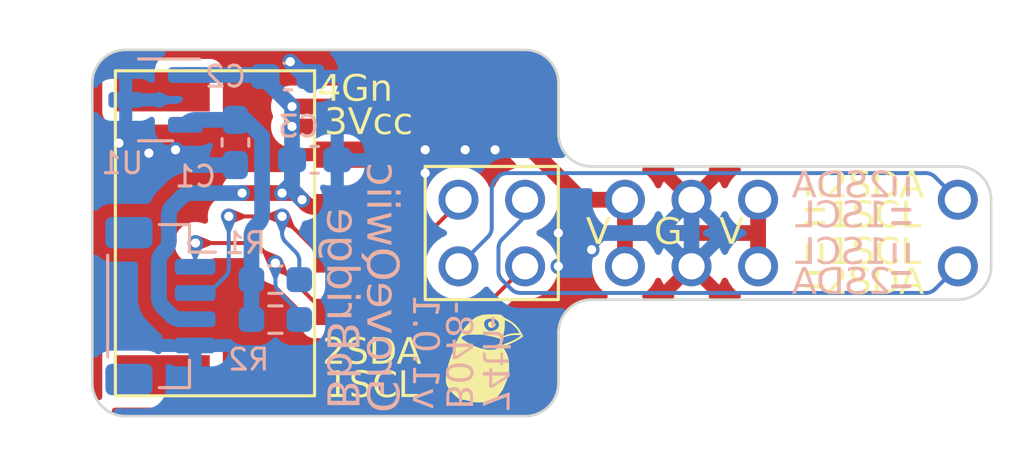
<source format=kicad_pcb>
(kicad_pcb (version 20240108) (generator "pcbnew") (generator_version "8.0")
  (title_block (title "Grove Qwiic Breadboard Bridge") (rev "v1.0.1") (company "Atsushi Morimoto (@74th)"))
  (layers (0 "F.Cu" signal) (31 "B.Cu" signal) (34 "B.Paste" user) (35 "F.Paste" user) (36 "B.SilkS" user "B.Silkscreen") (37 "F.SilkS" user "F.Silkscreen") (38 "B.Mask" user) (39 "F.Mask" user) (44 "Edge.Cuts" user))
  (net 0 "")
  (net 1 "GND")
  (net 2 "VCC")
  (net 3 "Net-(JP2-B1)")
  (net 4 "Net-(CH3-Pad2)")
  (net 5 "/SCL")
  (net 6 "/SDA")
  (net 7 "+3V3")
  (footprint "74th:PinOut_PokaYoke" (layer "F.Cu") (at 82.55 72.39)
    (property "Reference" "JP2" (hide yes))
    (property "Value" "~" (hide yes))
    (fp_rect (start -2.54 -2.54) (end 2.54 2.54) (stroke (width 0.12)) (fill none) (layer "F.SilkS"))
    (pad "1" thru_hole circle (at -1.27 -1.27) (size 1.524 1.524) (drill 1) (layers "*.Cu" "*.Mask") (net 6 "/SDA"))
    (pad "2" thru_hole circle (at 1.27 -1.27) (size 1.524 1.524) (drill 1) (layers "*.Cu" "*.Mask") (net 3 "Net-(JP2-B1)"))
    (pad "3" thru_hole circle (at -1.27 1.27) (size 1.524 1.524) (drill 1) (layers "*.Cu" "*.Mask") (net 4 "Net-(CH3-Pad2)"))
    (pad "4" thru_hole circle (at 1.27 1.27) (size 1.524 1.524) (drill 1) (layers "*.Cu" "*.Mask") (net 5 "/SCL"))
  )
  (footprint "74th:Logo_74th_4mm" (layer "F.Cu") (at 82.169 77.343)
    (property "Reference" "MISC-ICON" (hide yes))
    (property "Value" "LOGO" (hide yes))
    (fp_poly (pts (xy 0.399165 -1.581118) (xy 0.420822 -1.576964) (xy 0.439946 -1.567833) (xy 0.453666 -1.55869) (xy 0.487621 -1.530623) (xy 0.508813 -1.502115) (xy 0.519752 -1.469431) (xy 0.521463 -1.457794) (xy 0.523017 -1.436743) (xy 0.520177 -1.42204) (xy 0.510515 -1.408073) (xy 0.491924 -1.389535) (xy 0.468598 -1.369727) (xy 0.44494 -1.353334) (xy 0.432537 -1.346784) (xy 0.392312 -1.337093) (xy 0.348961 -1.338191) (xy 0.309286 -1.349718) (xy 0.301534 -1.353728) (xy 0.267487 -1.378858) (xy 0.246763 -1.409139) (xy 0.237154 -1.448006) (xy 0.236531 -1.454844) (xy 0.239228 -1.499629) (xy 0.254394 -1.535203) (xy 0.281555 -1.561108) (xy 0.320236 -1.576886) (xy 0.36846 -1.582082)) (fill solid) (layer "F.SilkS"))
    (fp_poly (pts (xy 0.519394 -1.851859) (xy 0.58367 -1.850197) (xy 0.636187 -1.846941) (xy 0.678871 -1.841644) (xy 0.713646 -1.833862) (xy 0.742438 -1.82315) (xy 0.767173 -1.809064) (xy 0.789776 -1.791158) (xy 0.812173 -1.768988) (xy 0.814864 -1.766099) (xy 0.83959 -1.741489) (xy 0.864419 -1.722369) (xy 0.894592 -1.705192) (xy 0.927539 -1.689828) (xy 1.042763 -1.632057) (xy 1.150334 -1.564234) (xy 1.247405 -1.488246) (xy 1.287831 -1.450989) (xy 1.333186 -1.403532) (xy 1.378775 -1.349886) (xy 1.421345 -1.294259) (xy 1.457644 -1.240857) (xy 1.480139 -1.202263) (xy 1.500112 -1.16538) (xy 1.521379 -1.12781) (xy 1.54059 -1.095412) (xy 1.548323 -1.083068) (xy 1.5625 -1.059484) (xy 1.571766 -1.040912) (xy 1.574217 -1.031193) (xy 1.574119 -1.030997) (xy 1.57638 -1.023359) (xy 1.580126 -1.021331) (xy 1.585245 -1.019255) (xy 1.586478 -1.016385) (xy 1.581976 -1.010855) (xy 1.56989 -1.000799) (xy 1.548369 -0.984351) (xy 1.529048 -0.969803) (xy 1.483218 -0.937689) (xy 1.425368 -0.901051) (xy 1.357915 -0.861354) (xy 1.283271 -0.820062) (xy 1.273515 -0.81484) (xy 1.245891 -0.80068) (xy 1.211051 -0.783669) (xy 1.171821 -0.765089) (xy 1.131026 -0.746225) (xy 1.091489 -0.728361) (xy 1.056036 -0.712778) (xy 1.027492 -0.700762) (xy 1.008681 -0.693596) (xy 1.003611 -0.692201) (xy 0.990335 -0.687594) (xy 0.987804 -0.685703) (xy 0.977172 -0.683677) (xy 0.971952 -0.68501) (xy 0.962387 -0.684363) (xy 0.960996 -0.680811) (xy 0.955303 -0.675796) (xy 0.949277 -0.676904) (xy 0.939254 -0.676347) (xy 0.937557 -0.672292) (xy 0.932996 -0.666715) (xy 0.930115 -0.667781) (xy 0.920337 -0.665942) (xy 0.902913 -0.656376) (xy 0.887906 -0.645841) (xy 0.864545 -0.629862) (xy 0.842696 -0.617924) (xy 0.832844 -0.614209) (xy 0.817868 -0.608324) (xy 0.81255 -0.60261) (xy 0.816625 -0.593608) (xy 0.827533 -0.575001) (xy 0.843296 -0.550088) (xy 0.851701 -0.537314) (xy 0.902322 -0.453492) (xy 0.947044 -0.363938) (xy 0.983956 -0.273072) (xy 1.011144 -0.185318) (xy 1.019364 -0.149669) (xy 1.028545 -0.092127) (xy 1.035472 -0.023098) (xy 1.04005 0.053431) (xy 1.04219 0.133472) (xy 1.041798 0.213036) (xy 1.038782 0.288136) (xy 1.033051 0.354784) (xy 1.031323 0.368615) (xy 1.02372 0.420185) (xy 1.014904 0.468115) (xy 1.004121 0.514759) (xy 0.990614 0.562473) (xy 0.973631 0.613611) (xy 0.952415 0.67053) (xy 0.926211 0.735583) (xy 0.894266 0.811126) (xy 0.875761 0.853893) (xy 0.856627 0.898061) (xy 0.83982 0.937222) (xy 0.826273 0.969171) (xy 0.816921 0.991701) (xy 0.812698 1.002606) (xy 0.81255 1.003224) (xy 0.808401 1.011196) (xy 0.797416 1.028689) (xy 0.781786 1.05247) (xy 0.7637 1.079304) (xy 0.745349 1.10596) (xy 0.728924 1.129202) (xy 0.716615 1.145797) (xy 0.712805 1.150461) (xy 0.705277 1.160871) (xy 0.705424 1.164134) (xy 0.702695 1.169085) (xy 0.691122 1.18212) (xy 0.673143 1.200509) (xy 0.671476 1.202155) (xy 0.652228 1.221827) (xy 0.638389 1.237351) (xy 0.632858 1.24547) (xy 0.632851 1.245584) (xy 0.628361 1.254281) (xy 0.61686 1.270676) (xy 0.607459 1.282862) (xy 0.573915 1.31391) (xy 0.535189 1.335954) (xy 0.502635 1.351883) (xy 0.468925 1.370205) (xy 0.450117 1.381473) (xy 0.417095 1.398973) (xy 0.372824 1.417424) (xy 0.321494 1.435368) (xy 0.267294 1.45135) (xy 0.214416 1.463913) (xy 0.21095 1.464611) (xy 0.171588 1.473065) (xy 0.128366 1.483287) (xy 0.096468 1.491512) (xy 0.044695 1.501916) (xy -0.019315 1.508652) (xy -0.092571 1.511554) (xy -0.172082 1.510457) (xy -0.210951 1.508502) (xy -0.256899 1.504602) (xy -0.300575 1.498317) (xy -0.347135 1.488696) (xy -0.401734 1.474784) (xy -0.418986 1.470039) (xy -0.510819 1.446052) (xy -0.593934 1.427918) (xy -0.673633 1.414588) (xy -0.739757 1.406546) (xy -0.791883 1.398014) (xy -0.840713 1.382378) (xy -0.864765 1.372058) (xy -0.891263 1.359609) (xy -0.910313 1.349984) (xy -0.919117 1.344629) (xy -0.919022 1.343998) (xy -0.916579 1.339668) (xy -0.926538 1.327579) (xy -0.948168 1.308432) (xy -0.980736 1.282932) (xy -0.989761 1.276194) (xy -1.031279 1.241672) (xy -1.078037 1.196485) (xy -1.12758 1.143567) (xy -1.177455 1.085854) (xy -1.225208 1.026279) (xy -1.268383 0.967778) (xy -1.304528 0.913285) (xy -1.328484 0.871147) (xy -1.344006 0.838326) (xy -1.355571 0.807185) (xy -1.363643 0.774688) (xy -1.368684 0.737799) (xy -1.371158 0.693482) (xy -1.371529 0.638701) (xy -1.370812 0.593786) (xy -1.3645 0.495274) (xy -1.349791 0.385193) (xy -1.327029 0.264927) (xy -1.296555 0.135861) (xy -1.258711 -0.000619) (xy -1.213839 -0.14313) (xy -1.162282 -0.290286) (xy -1.133708 -0.366199) (xy -1.116917 -0.410584) (xy -1.102569 -0.450025) (xy -1.091462 -0.482206) (xy -1.084391 -0.504808) (xy -1.082152 -0.515516) (xy -1.082268 -0.515931) (xy -1.080338 -0.523654) (xy -1.077893 -0.524872) (xy -1.070864 -0.533905) (xy -1.068369 -0.545072) (xy -1.065091 -0.558757) (xy -1.061148 -0.562535) (xy -1.058282 -0.568328) (xy -1.05974 -0.574255) (xy -1.059511 -0.584295) (xy -1.055834 -0.585974) (xy -1.050819 -0.591667) (xy -1.051927 -0.597693) (xy -1.051698 -0.607734) (xy -1.048021 -0.609413) (xy -1.043006 -0.615106) (xy -1.044114 -0.621132) (xy -1.043885 -0.631173) (xy -1.040208 -0.632852) (xy -1.035193 -0.638545) (xy -1.036302 -0.644571) (xy -1.035744 -0.654594) (xy -1.031689 -0.656291) (xy -1.026246 -0.661028) (xy -1.027407 -0.664104) (xy -1.027537 -0.671336) (xy -1.025264 -0.671917) (xy -1.018958 -0.6782) (xy -1.018292 -0.682846) (xy -1.014597 -0.700545) (xy -1.004242 -0.729603) (xy -0.988322 -0.767813) (xy -0.967932 -0.812968) (xy -0.944168 -0.862862) (xy -0.918125 -0.915287) (xy -0.899237 -0.951881) (xy -0.774729 -0.951881) (xy -0.7632 -0.932436) (xy -0.739381 -0.907849) (xy -0.704207 -0.878848) (xy -0.658614 -0.846165) (xy -0.603536 -0.810531) (xy -0.539909 -0.772677) (xy -0.492218 -0.746031) (xy -0.344691 -0.671557) (xy -0.198527 -0.609605) (xy -0.055543 -0.560901) (xy 0.026786 -0.538625) (xy 0.08342 -0.52533) (xy 0.130992 -0.515599) (xy 0.173946 -0.508953) (xy 0.216726 -0.504912) (xy 0.263776 -0.502993) (xy 0.319541 -0.502718) (xy 0.35549 -0.503092) (xy 0.405859 -0.503989) (xy 0.443625 -0.505321) (xy 0.471813 -0.507425) (xy 0.493447 -0.510636) (xy 0.511549 -0.515289) (xy 0.529144 -0.521719) (xy 0.531282 -0.522592) (xy 0.560488 -0.536096) (xy 0.595036 -0.554201) (xy 0.626028 -0.572139) (xy 0.677803 -0.604006) (xy 0.680366 -0.670822) (xy 0.765672 -0.670822) (xy 0.822316 -0.701642) (xy 0.859197 -0.719698) (xy 0.900922 -0.737134) (xy 0.937557 -0.749885) (xy 0.975923 -0.762814) (xy 1.02414 -0.781359) (xy 1.078255 -0.803816) (xy 1.134318 -0.828477) (xy 1.188375 -0.853638) (xy 1.236473 -0.877592) (xy 1.250076 -0.884786) (xy 1.292208 -0.908007) (xy 1.335254 -0.932671) (xy 1.377057 -0.957438) (xy 1.415457 -0.980966) (xy 1.448293 -1.001913) (xy 1.473407 -1.018937) (xy 1.488639 -1.030698) (xy 1.492279 -1.03524) (xy 1.490641 -1.044534) (xy 1.48445 -1.051484) (xy 1.471789 -1.056418) (xy 1.450742 -1.059663) (xy 1.419392 -1.061547) (xy 1.375822 -1.062398) (xy 1.332503 -1.062555) (xy 1.257335 -1.061575) (xy 1.193652 -1.058288) (xy 1.137412 -1.052155) (xy 1.084575 -1.042637) (xy 1.0311 -1.029194) (xy 0.990283 -1.016893) (xy 0.95424 -1.006027) (xy 0.919408 -0.996525) (xy 0.891389 -0.989879) (xy 0.882866 -0.988278) (xy 0.858415 -0.983332) (xy 0.839058 -0.977678) (xy 0.834699 -0.975796) (xy 0.824013 -0.963379) (xy 0.812268 -0.938581) (xy 0.800295 -0.90453) (xy 0.788923 -0.864358) (xy 0.778984 -0.821194) (xy 0.77131 -0.778167) (xy 0.76673 -0.738407) (xy 0.765807 -0.716294) (xy 0.765672 -0.670822) (xy 0.680366 -0.670822) (xy 0.681877 -0.710232) (xy 0.68429 -0.753711) (xy 0.687926 -0.795536) (xy 0.692312 -0.831193) (xy 0.696972 -0.856168) (xy 0.697411 -0.85782) (xy 0.708871 -0.899183) (xy 0.685424 -0.911308) (xy 0.65061 -0.927748) (xy 0.610802 -0.943381) (xy 0.564414 -0.958631) (xy 0.509862 -0.973924) (xy 0.445561 -0.989685) (xy 0.369924 -1.006338) (xy 0.281367 -1.024308) (xy 0.218763 -1.036396) (xy 0.1908 -1.041711) (xy 0.820363 -1.041711) (xy 0.822054 -1.035208) (xy 0.828463 -1.032507) (xy 0.841593 -1.03403) (xy 0.863447 -1.040196) (xy 0.896027 -1.051427) (xy 0.935066 -1.065798) (xy 0.991401 -1.085937) (xy 1.041008 -1.10125) (xy 1.087985 -1.112489) (xy 1.136428 -1.120406) (xy 1.190433 -1.125755) (xy 1.254097 -1.129288) (xy 1.287188 -1.130492) (xy 1.332434 -1.132113) (xy 1.371762 -1.133824) (xy 1.402725 -1.135496) (xy 1.422875 -1.136996) (xy 1.429775 -1.138157) (xy 1.425696 -1.150035) (xy 1.414846 -1.171236) (xy 1.39931 -1.198206) (xy 1.381171 -1.22739) (xy 1.362512 -1.255236) (xy 1.355002 -1.265703) (xy 1.327364 -1.300225) (xy 1.292004 -1.339925) (xy 1.251962 -1.381789) (xy 1.21028 -1.422802) (xy 1.169999 -1.45995) (xy 1.134161 -1.490219) (xy 1.111813 -1.506736) (xy 1.084678 -1.523962) (xy 1.05151 -1.543585) (xy 1.01522 -1.564052) (xy 0.978719 -1.58381) (xy 0.944919 -1.601306) (xy 0.916729 -1.614985) (xy 0.897062 -1.623296) (xy 0.890004 -1.625089) (xy 0.886082 -1.622668) (xy 0.883142 -1.614171) (xy 0.881037 -1.597737) (xy 0.879624 -1.571501) (xy 0.878755 -1.533601) (xy 0.878286 -1.482172) (xy 0.878248 -1.474689) (xy 0.877821 -1.420455) (xy 0.876828 -1.37758) (xy 0.874833 -1.341794) (xy 0.871401 -1.308832) (xy 0.866093 -1.274424) (xy 0.858475 -1.234304) (xy 0.848949 -1.188204) (xy 0.839698 -1.143596) (xy 0.831694 -1.103933) (xy 0.825461 -1.071889) (xy 0.82152 -1.050143) (xy 0.820363 -1.041711) (xy 0.1908 -1.041711) (xy 0.019532 -1.074265) (xy -0.261735 -1.074275) (xy -0.335766 -1.074244) (xy -0.396041 -1.07408) (xy -0.444428 -1.073681) (xy -0.482798 -1.072948) (xy -0.51302 -1.071779) (xy -0.536963 -1.070075) (xy -0.556497 -1.067735) (xy -0.573492 -1.064658) (xy -0.589816 -1.060745) (xy -0.60734 -1.055895) (xy -0.608117 -1.055673) (xy -0.648162 -1.041613) (xy -0.689321 -1.02276) (xy -0.727276 -1.001476) (xy -0.75771 -0.980124) (xy -0.773032 -0.96545) (xy -0.774729 -0.951881) (xy -0.899237 -0.951881) (xy -0.890898 -0.968036) (xy -0.863582 -1.018903) (xy -0.837273 -1.065681) (xy -0.813065 -1.106163) (xy -0.793005 -1.136789) (xy -0.77551 -1.162057) (xy -0.752384 -1.195828) (xy -0.726688 -1.233619) (xy -0.702386 -1.269601) (xy -0.678095 -1.304402) (xy -0.651801 -1.339222) (xy -0.621937 -1.375866) (xy -0.586937 -1.416139) (xy -0.545233 -1.461849) (xy -0.497753 -1.512155) (xy 0.089225 -1.512155) (xy 0.092186 -1.459923) (xy 0.093791 -1.449085) (xy 0.109502 -1.387711) (xy 0.136306 -1.335607) (xy 0.175859 -1.289593) (xy 0.177449 -1.288095) (xy 0.223679 -1.250323) (xy 0.268844 -1.22595) (xy 0.316104 -1.214215) (xy 0.36862 -1.214355) (xy 0.429555 -1.225608) (xy 0.432952 -1.226468) (xy 0.502915 -1.250026) (xy 0.560012 -1.281515) (xy 0.603944 -1.320694) (xy 0.634413 -1.367325) (xy 0.645587 -1.396958) (xy 0.654385 -1.453045) (xy 0.648259 -1.507014) (xy 0.627889 -1.557567) (xy 0.593954 -1.603409) (xy 0.547133 -1.643243) (xy 0.502989 -1.668878) (xy 0.485448 -1.677077) (xy 0.469994 -1.682628) (xy 0.453176 -1.685932) (xy 0.431544 -1.687386) (xy 0.401647 -1.687389) (xy 0.360034 -1.686342) (xy 0.353595 -1.686149) (xy 0.298222 -1.683511) (xy 0.255084 -1.678706) (xy 0.220835 -1.67075) (xy 0.192128 -1.65866) (xy 0.165617 -1.641453) (xy 0.145697 -1.625068) (xy 0.115148 -1.591907) (xy 0.096602 -1.555209) (xy 0.089225 -1.512155) (xy -0.497753 -1.512155) (xy -0.495258 -1.514799) (xy -0.438644 -1.573505) (xy -0.354714 -1.650899) (xy -0.266101 -1.714449) (xy -0.170237 -1.765795) (xy -0.082981 -1.800435) (xy -0.043247 -1.813301) (xy -0.004579 -1.823934) (xy 0.035008 -1.83253) (xy 0.077503 -1.839287) (xy 0.124892 -1.8444) (xy 0.179163 -1.848068) (xy 0.242302 -1.850486) (xy 0.316297 -1.851851) (xy 0.403134 -1.852361) (xy 0.441433 -1.852369)) (fill solid) (layer "F.SilkS"))
  )
  (footprint "74th:Connector_HY-2.0_SMD_4Pin" (layer "F.Cu") (at 77.49 72.4 -90)
    (property "Reference" "CH4" (hide yes))
    (property "Value" "Grove" (hide yes))
    (fp_rect (start -6.2 1.7) (end 6.2 9.3) (stroke (width 0.12)) (fill none) (layer "F.SilkS"))
    (pad "" smd rect (at -5.4 7.5 90) (size 1.5 3.6) (layers "F.Cu" "F.Paste" "F.Mask"))
    (pad "" smd rect (at 5.4 7.5 90) (size 1.5 3.6) (layers "F.Cu" "F.Paste" "F.Mask"))
    (pad "1" smd rect (at 3 0 90) (size 1 3.4) (layers "F.Cu" "F.Paste" "F.Mask") (net 5 "/SCL"))
    (pad "2" smd rect (at 1 0 90) (size 1 3.4) (layers "F.Cu" "F.Paste" "F.Mask") (net 6 "/SDA"))
    (pad "3" smd rect (at -1 0 90) (size 1 3.4) (layers "F.Cu" "F.Paste" "F.Mask") (net 2 "VCC"))
    (pad "4" smd rect (at -3 0 90) (size 1 3.4) (layers "F.Cu" "F.Paste" "F.Mask") (net 1 "GND"))
  )
  (footprint "74th:PinOut_Pin_2" (layer "B.Cu") (at 87.63 73.66 90)
    (property "Reference" "CH1" (hide yes))
    (property "Value" "Breadboard Power")
    (pad "1" thru_hole circle (at 0 0 90) (size 1.524 1.524) (drill 1) (layers "*.Cu" "*.Mask") (net 2 "VCC"))
    (pad "2" thru_hole circle (at 2.54 0 90) (size 1.524 1.524) (drill 1) (layers "*.Cu" "*.Mask") (net 2 "VCC"))
  )
  (footprint "74th:PinOut_Pin_2" (layer "B.Cu") (at 100.33 73.66 90)
    (property "Reference" "CH3" (hide yes))
    (property "Value" "Breadboard I2C")
    (pad "1" thru_hole circle (at 0 0 90) (size 1.524 1.524) (drill 1) (layers "*.Cu" "*.Mask") (net 3 "Net-(JP2-B1)"))
    (pad "2" thru_hole circle (at 2.54 0 90) (size 1.524 1.524) (drill 1) (layers "*.Cu" "*.Mask") (net 4 "Net-(CH3-Pad2)"))
  )
  (footprint "74th:Register_0603_1608" (layer "B.Cu") (at 74.295 74.168)
    (property "Reference" "R1" (at -1.143 -1.397 0) (layer "B.SilkS") (effects (font (size 0.8 0.8) (thickness 0.12)) (justify mirror)))
    (property "Value" "1k" (hide yes))
    (fp_line (start 0.254724 -0.5225) (end -0.254724 -0.5225) (stroke (width 0.12)) (layer "B.SilkS"))
    (fp_line (start 0.254724 0.5225) (end -0.254724 0.5225) (stroke (width 0.12)) (layer "B.SilkS"))
    (pad "1" smd roundrect (at -0.9125 0) (size 0.975 0.95) (layers "B.Cu" "B.Paste" "B.Mask") (net 7 "+3V3"))
    (pad "2" smd roundrect (at 0.9125 0) (size 0.975 0.95) (layers "B.Cu" "B.Paste" "B.Mask") (net 6 "/SDA"))
  )
  (footprint "74th:Register_0603_1608" (layer "B.Cu") (at 74.295 75.692)
    (property "Reference" "R2" (at -1.016 1.524 0) (layer "B.SilkS") (effects (font (size 0.8 0.8) (thickness 0.12)) (justify mirror)))
    (property "Value" "1k" (hide yes))
    (fp_line (start 0.254724 -0.5225) (end -0.254724 -0.5225) (stroke (width 0.12)) (layer "B.SilkS"))
    (fp_line (start 0.254724 0.5225) (end -0.254724 0.5225) (stroke (width 0.12)) (layer "B.SilkS"))
    (pad "1" smd roundrect (at -0.9125 0) (size 0.975 0.95) (layers "B.Cu" "B.Paste" "B.Mask") (net 7 "+3V3"))
    (pad "2" smd roundrect (at 0.9125 0) (size 0.975 0.95) (layers "B.Cu" "B.Paste" "B.Mask") (net 5 "/SCL"))
  )
  (footprint "74th:Capacitor_0603_1608" (layer "B.Cu") (at 74.676 66.421)
    (property "Reference" "C2" (at -2.286 0 0) (layer "B.SilkS") (effects (font (size 0.8 0.8) (thickness 0.12)) (justify mirror)))
    (property "Value" "0.1u" (hide yes))
    (fp_line (start 0.246267 -0.51) (end -0.046267 -0.51) (stroke (width 0.12)) (layer "B.SilkS"))
    (fp_line (start 0.246267 0.51) (end -0.046267 0.51) (stroke (width 0.12)) (layer "B.SilkS"))
    (pad "1" smd roundrect (at -0.7625 0) (size 1.075 0.95) (layers "B.Cu" "B.Paste" "B.Mask") (net 2 "VCC"))
    (pad "2" smd roundrect (at 0.9625 0) (size 1.075 0.95) (layers "B.Cu" "B.Paste" "B.Mask") (net 1 "GND"))
  )
  (footprint "74th:Package_SOT-23" (layer "B.Cu") (at 69.723 67.31 180)
    (property "Reference" "U1" (at 1.27 -2.413 180) (layer "B.SilkS") (effects (font (size 0.8 0.8) (thickness 0.12)) (justify mirror)))
    (property "Value" "AP7333-33SAG")
    (fp_line (start 0.65 1.56) (end 0 1.56) (stroke (width 0.12)) (layer "B.SilkS"))
    (fp_line (start 0.65 -1.56) (end 0 -1.56) (stroke (width 0.12)) (layer "B.SilkS"))
    (fp_line (start -0.65 -1.56) (end 0 -1.56) (stroke (width 0.12)) (layer "B.SilkS"))
    (fp_line (start -1.675 1.56) (end 0 1.56) (stroke (width 0.12)) (layer "B.SilkS"))
    (pad "1" smd roundrect (at -1.1375 0.95 180) (size 1.325 0.6) (layers "B.Cu" "B.Paste" "B.Mask") (net 2 "VCC"))
    (pad "2" smd roundrect (at -1.1375 -0.95 180) (size 1.325 0.6) (layers "B.Cu" "B.Paste" "B.Mask") (net 7 "+3V3"))
    (pad "3" smd roundrect (at 1.1375 0 180) (size 1.325 0.6) (layers "B.Cu" "B.Paste" "B.Mask") (net 1 "GND"))
  )
  (footprint "74th:Capacitor_0603_1608" (layer "B.Cu") (at 75.692 69.596)
    (property "Reference" "C3" (at -0.508 -1.27 0) (layer "B.SilkS") (effects (font (size 0.8 0.8) (thickness 0.12)) (justify mirror)))
    (property "Value" "10u" (hide yes))
    (fp_line (start 0.246267 -0.51) (end -0.046267 -0.51) (stroke (width 0.12)) (layer "B.SilkS"))
    (fp_line (start 0.246267 0.51) (end -0.046267 0.51) (stroke (width 0.12)) (layer "B.SilkS"))
    (pad "1" smd roundrect (at -0.7625 0) (size 1.075 0.95) (layers "B.Cu" "B.Paste" "B.Mask") (net 2 "VCC"))
    (pad "2" smd roundrect (at 0.9625 0) (size 1.075 0.95) (layers "B.Cu" "B.Paste" "B.Mask") (net 1 "GND"))
  )
  (footprint "74th:Connector_SH-1.0_SMD_4Pin" (layer "B.Cu") (at 69.907 75.178 -90)
    (property "Reference" "CH6" (hide yes))
    (property "Value" "Qwiic")
    (fp_line (start 1.94 2.01) (end -1.94 2.01) (stroke (width 0.12)) (layer "B.SilkS"))
    (fp_line (start -3.11 -1.11) (end -3.11 0.04) (stroke (width 0.12)) (layer "B.SilkS"))
    (fp_line (start -2.06 -1.11) (end -3.11 -1.11) (stroke (width 0.12)) (layer "B.SilkS"))
    (fp_line (start 2.06 -1.11) (end 3.11 -1.11) (stroke (width 0.12)) (layer "B.SilkS"))
    (fp_line (start 3.11 -1.11) (end 3.11 0.04) (stroke (width 0.12)) (layer "B.SilkS"))
    (fp_line (start -2.06 -2.1) (end -2.06 -1.11) (stroke (width 0.12)) (layer "B.SilkS"))
    (pad "" smd roundrect (at -2.8 1.2 270) (size 1.2 1.8) (layers "B.Cu" "B.Paste" "B.Mask") (roundrect_rratio 0.208333))
    (pad "" smd roundrect (at 2.8 1.2 270) (size 1.2 1.8) (layers "B.Cu" "B.Paste" "B.Mask") (roundrect_rratio 0.208333))
    (pad "1" smd roundrect (at -1.5 -1.325 270) (size 0.6 1.55) (layers "B.Cu" "B.Paste" "B.Mask") (net 5 "/SCL"))
    (pad "2" smd roundrect (at -0.5 -1.325 270) (size 0.6 1.55) (layers "B.Cu" "B.Paste" "B.Mask") (net 6 "/SDA"))
    (pad "3" smd roundrect (at 0.5 -1.325 270) (size 0.6 1.55) (layers "B.Cu" "B.Paste" "B.Mask") (net 2 "VCC"))
    (pad "4" smd roundrect (at 1.5 -1.325 270) (size 0.6 1.55) (layers "B.Cu" "B.Paste" "B.Mask") (net 1 "GND"))
  )
  (footprint "74th:PinOut_Pin_2" (layer "B.Cu") (at 90.17 73.66 90)
    (property "Reference" "CH2" (hide yes))
    (property "Value" "Breadboard GND")
    (pad "1" thru_hole circle (at 0 0 90) (size 1.524 1.524) (drill 1) (layers "*.Cu" "*.Mask") (net 1 "GND"))
    (pad "2" thru_hole circle (at 2.54 0 90) (size 1.524 1.524) (drill 1) (layers "*.Cu" "*.Mask") (net 1 "GND"))
  )
  (footprint "74th:PinOut_Pin_2" (layer "B.Cu") (at 92.71 73.66 90)
    (property "Reference" "CH5" (hide yes))
    (property "Value" "Breadboard Power")
    (pad "1" thru_hole circle (at 0 0 90) (size 1.524 1.524) (drill 1) (layers "*.Cu" "*.Mask") (net 2 "VCC"))
    (pad "2" thru_hole circle (at 2.54 0 90) (size 1.524 1.524) (drill 1) (layers "*.Cu" "*.Mask") (net 2 "VCC"))
  )
  (footprint "74th:Capacitor_0603_1608" (layer "B.Cu") (at 72.771 68.834 -90)
    (property "Reference" "C1" (at 1.397 1.524 0) (layer "B.SilkS") (effects (font (size 0.8 0.8) (thickness 0.12)) (justify mirror)))
    (property "Value" "0.1u" (hide yes))
    (fp_line (start 0.246267 0.51) (end -0.046267 0.51) (stroke (width 0.12)) (layer "B.SilkS"))
    (fp_line (start 0.246267 -0.51) (end -0.046267 -0.51) (stroke (width 0.12)) (layer "B.SilkS"))
    (pad "1" smd roundrect (at -0.7625 0 270) (size 1.075 0.95) (layers "B.Cu" "B.Paste" "B.Mask") (net 7 "+3V3"))
    (pad "2" smd roundrect (at 0.9625 0 270) (size 1.075 0.95) (layers "B.Cu" "B.Paste" "B.Mask") (net 1 "GND"))
  )
  (footprint "74th:Logo_JLCJLCJLCJLC" (layer "B.Cu") (at 68.199 74.041 90)
    (property "Reference" "REF**" (hide yes))
    (property "Value" "JLCJLCJLCJLC" (hide yes))
  )
  (gr_line (start 97.8535 73.914) (end 98.4885 73.914) (stroke (width 0.15)) (layer "B.SilkS"))
  (gr_line (start 97.8535 71.501) (end 98.4885 71.501) (stroke (width 0.15)) (layer "B.SilkS"))
  (gr_line (start 97.917 73.4695) (end 97.917 72.8345) (stroke (width 0.15)) (layer "B.SilkS"))
  (gr_line (start 97.8535 72.009) (end 98.4885 72.009) (stroke (width 0.15)) (layer "B.SilkS"))
  (gr_line (start 98.425 70.9295) (end 98.425 70.2945) (stroke (width 0.15)) (layer "B.SilkS"))
  (gr_line (start 97.8535 74.422) (end 98.4885 74.422) (stroke (width 0.15)) (layer "B.SilkS"))
  (gr_line (start 98.425 73.4695) (end 98.425 72.8345) (stroke (width 0.15)) (layer "B.SilkS"))
  (gr_line (start 97.917 70.9295) (end 97.917 70.2945) (stroke (width 0.15)) (layer "B.SilkS"))
  (gr_line (start 95.123 72.8345) (end 95.123 73.4695) (stroke (width 0.15)) (layer "F.SilkS"))
  (gr_line (start 94.5515 72.009) (end 95.1865 72.009) (stroke (width 0.15)) (layer "F.SilkS"))
  (gr_line (start 94.5515 71.501) (end 95.1865 71.501) (stroke (width 0.15)) (layer "F.SilkS"))
  (gr_line (start 95.123 70.2945) (end 95.123 70.9295) (stroke (width 0.15)) (layer "F.SilkS"))
  (gr_line (start 94.615 72.8345) (end 94.615 73.4695) (stroke (width 0.15)) (layer "F.SilkS"))
  (gr_line (start 94.5515 74.422) (end 95.1865 74.422) (stroke (width 0.15)) (layer "F.SilkS"))
  (gr_line (start 94.5515 73.914) (end 95.1865 73.914) (stroke (width 0.15)) (layer "F.SilkS"))
  (gr_line (start 94.615 70.2945) (end 94.615 70.9295) (stroke (width 0.15)) (layer "F.SilkS"))
  (gr_arc (start 85.09 76.2) (mid 85.461974 75.301974) (end 86.36 74.93) (stroke (width 0.1)) (layer "Edge.Cuts"))
  (gr_arc (start 85.09 78.105) (mid 84.718026 79.003026) (end 83.82 79.375) (stroke (width 0.1)) (layer "Edge.Cuts"))
  (gr_arc (start 68.58 79.375) (mid 67.681974 79.003026) (end 67.31 78.105) (stroke (width 0.1)) (layer "Edge.Cuts"))
  (gr_line (start 83.82 65.405) (end 68.58 65.405) (stroke (width 0.1)) (layer "Edge.Cuts"))
  (gr_line (start 85.09 78.105) (end 85.09 76.2) (stroke (width 0.1)) (layer "Edge.Cuts"))
  (gr_line (start 68.58 79.375) (end 83.82 79.375) (stroke (width 0.1)) (layer "Edge.Cuts"))
  (gr_line (start 85.09 68.58) (end 85.09 66.675) (stroke (width 0.1)) (layer "Edge.Cuts"))
  (gr_arc (start 83.82 65.405) (mid 84.718026 65.776974) (end 85.09 66.675) (stroke (width 0.1)) (layer "Edge.Cuts"))
  (gr_line (start 67.31 78.105) (end 67.31 66.675) (stroke (width 0.1)) (layer "Edge.Cuts"))
  (gr_arc (start 86.36 69.85) (mid 85.461974 69.478026) (end 85.09 68.58) (stroke (width 0.1)) (layer "Edge.Cuts"))
  (gr_line (start 86.36 69.85) (end 100.33 69.85) (stroke (width 0.1)) (layer "Edge.Cuts"))
  (gr_arc (start 101.6 73.66) (mid 101.228026 74.558026) (end 100.33 74.93) (stroke (width 0.1)) (layer "Edge.Cuts"))
  (gr_line (start 100.33 74.93) (end 86.36 74.93) (stroke (width 0.1)) (layer "Edge.Cuts"))
  (gr_arc (start 67.31 66.675) (mid 67.681974 65.776974) (end 68.58 65.405) (stroke (width 0.1)) (layer "Edge.Cuts"))
  (gr_line (start 101.6 71.12) (end 101.6 73.66) (stroke (width 0.1)) (layer "Edge.Cuts"))
  (gr_arc (start 100.33 69.85) (mid 101.228026 70.221974) (end 101.6 71.12) (stroke (width 0.1)) (layer "Edge.Cuts"))
  (gr_text "GroveQwiic" (at 77.597 79.248 270) (layer "B.SilkS") (effects (font (size 1.2 1.2) (thickness 0.12)) (justify left bottom mirror)))
  (gr_text "2SDA" (at 95.885 74.295 -0) (layer "B.SilkS") (effects (font (size 1 1) (thickness 0.12)) (justify mirror)))
  (gr_text "2SDA" (at 95.885 70.612 -0) (layer "B.SilkS") (effects (font (size 1 1) (thickness 0.12)) (justify mirror)))
  (gr_text "B048-" (at 80.645 79.121 270) (layer "B.SilkS") (effects (font (size 1 1) (thickness 0.12)) (justify left bottom mirror)))
  (gr_text "1SCL" (at 95.885 71.755 -0) (layer "B.SilkS") (effects (font (size 1 1) (thickness 0.12)) (justify mirror)))
  (gr_text "BbBridge" (at 76.073 79.121 270) (layer "B.SilkS") (effects (font (size 1.2 1.2) (thickness 0.12)) (justify left bottom mirror)))
  (gr_text "1SCL" (at 95.885 73.152 -0) (layer "B.SilkS") (effects (font (size 1 1) (thickness 0.12)) (justify mirror)))
  (gr_text "74th-" (at 82.042 79.248 -90) (layer "B.SilkS") (effects (font (size 1 1) (thickness 0.12)) (justify left bottom mirror)))
  (gr_text "v1.0.1" (at 79.375 79.121 270) (layer "B.SilkS") (effects (font (size 1 1) (thickness 0.12)) (justify left bottom mirror)))
  (gr_text "2SDA" (at 77.978 76.962 0) (layer "F.SilkS") (effects (font (size 1 1) (thickness 0.12))))
  (gr_text "3Vcc" (at 77.851 68.199 0) (layer "F.SilkS") (effects (font (size 1 1) (thickness 0.12))))
  (gr_text "2SDA" (at 97.155 74.295 0) (layer "F.SilkS") (effects (font (size 1 1) (thickness 0.12))))
  (gr_text "1SCL" (at 77.978 78.232 0) (layer "F.SilkS") (effects (font (size 1 1) (thickness 0.12))))
  (gr_text "1SCL" (at 97.155 73.152 0) (layer "F.SilkS") (effects (font (size 1 1) (thickness 0.12))))
  (gr_text "V" (at 91.694 72.39 0) (layer "F.SilkS") (effects (font (size 1 1) (thickness 0.12))))
  (gr_text "1SCL" (at 97.155 71.755 0) (layer "F.SilkS") (effects (font (size 1 1) (thickness 0.12))))
  (gr_text "2SDA" (at 97.155 70.612 0) (layer "F.SilkS") (effects (font (size 1 1) (thickness 0.12))))
  (gr_text "V" (at 86.614 72.39 0) (layer "F.SilkS") (effects (font (size 1 1) (thickness 0.12))))
  (gr_text "G" (at 89.281 72.39 0) (layer "F.SilkS") (effects (font (size 1 1) (thickness 0.12))))
  (gr_text "4Gn" (at 77.343 66.929 0) (layer "F.SilkS") (effects (font (size 1 1) (thickness 0.12))))
  (segment (start 72.771 67.390107) (end 72.771 68.372893) (width 0.6) (layer "F.Cu") (net 1))
  (segment (start 74.862427 65.853573) (end 74.307534 65.853573) (width 0.6) (layer "F.Cu") (net 1))
  (segment (start 72.624553 68.726447) (end 72.282446 69.068554) (width 0.6) (layer "F.Cu") (net 1))
  (segment (start 71.928893 69.215) (end 70.485 69.215) (width 0.6) (layer "F.Cu") (net 1))
  (segment (start 73.95398 66.00002) (end 72.917446 67.036554) (width 0.6) (layer "F.Cu") (net 1))
  (via (at 74.862427 65.853573) (size 0.6) (drill 0.35) (layers "F.Cu" "B.Cu") (net 1))
  (via (at 80.01 69.215) (size 0.6) (drill 0.35) (layers "F.Cu" "B.Cu") (net 1))
  (via (at 85.09 73.66) (size 0.6) (drill 0.35) (layers "F.Cu" "B.Cu") (net 1))
  (via (at 85.09 72.39) (size 0.6) (drill 0.35) (layers "F.Cu" "B.Cu") (net 1))
  (via (at 81.534 69.215) (size 0.6) (drill 0.35) (layers "F.Cu" "B.Cu") (net 1))
  (via (at 80.01 70.104) (size 0.6) (drill 0.35) (layers "F.Cu" "B.Cu") (net 1))
  (via (at 68.326 68.961) (size 0.6) (drill 0.35) (layers "F.Cu" "B.Cu") (net 1))
  (via (at 82.677 69.215) (size 0.6) (drill 0.35) (layers "F.Cu" "B.Cu") (net 1))
  (via (at 70.485 69.215) (size 0.6) (drill 0.35) (layers "F.Cu" "B.Cu") (net 1))
  (via (at 86.36 73.025) (size 0.6) (drill 0.35) (layers "F.Cu" "B.Cu") (net 1))
  (via (at 69.469 69.342) (size 0.6) (drill 0.35) (layers "F.Cu" "B.Cu") (net 1))
  (arc (start 72.771 67.390107) (mid 72.80906 67.198766) (end 72.917446 67.036554) (width 0.6) (layer "F.Cu") (net 1))
  (arc (start 73.95398 66.00002) (mid 74.116192 65.891633) (end 74.307534 65.853573) (width 0.6) (layer "F.Cu") (net 1))
  (arc (start 72.624553 68.726447) (mid 72.73294 68.564235) (end 72.771 68.372893) (width 0.6) (layer "F.Cu") (net 1))
  (arc (start 72.282446 69.068554) (mid 72.120234 69.17694) (end 71.928893 69.215) (width 0.6) (layer "F.Cu") (net 1))
  (segment (start 72.771 69.7965) (end 71.273607 69.7965) (width 0.6) (layer "B.Cu") (net 1))
  (segment (start 90.17 71.12) (end 90.17 72.39) (width 0.6) (layer "B.Cu") (net 1))
  (segment (start 75.283407 66.274553) (end 74.862427 65.853573) (width 0.6) (layer "B.Cu") (net 1))
  (segment (start 90.17 72.39) (end 90.17 73.66) (width 0.6) (layer "B.Cu") (net 1))
  (segment (start 90.17 72.39) (end 85.09 72.39) (width 0.6) (layer "B.Cu") (net 1))
  (segment (start 75.6385 66.421) (end 75.636961 66.421) (width 0.6) (layer "B.Cu") (net 1))
  (segment (start 70.920053 69.650053) (end 70.485 69.215) (width 0.6) (layer "B.Cu") (net 1))
  (segment (start 75.6385 66.421) (end 75.6385 66.7485) (width 0.6) (layer "B.Cu") (net 1))
  (arc (start 70.920053 69.650053) (mid 71.082265 69.75844) (end 71.273607 69.7965) (width 0.6) (layer "B.Cu") (net 1))
  (arc (start 75.283407 66.274553) (mid 75.445619 66.38294) (end 75.636961 66.421) (width 0.6) (layer "B.Cu") (net 1))
  (segment (start 75.798107 71.4) (end 77.49 71.4) (width 0.6) (layer "F.Cu") (net 2))
  (segment (start 87.63 72.39) (end 92.583 72.39) (width 0.6) (layer "F.Cu") (net 2))
  (segment (start 87.63 71.12) (end 86.186107 71.12) (width 0.6) (layer "F.Cu") (net 2))
  (segment (start 83.966447 69.107447) (end 84.582 69.723) (width 0.6) (layer "F.Cu") (net 2))
  (segment (start 82.4235 67.5645) (end 76.581 67.5645) (width 0.6) (layer "F.Cu") (net 2))
  (segment (start 74.549 70.866) (end 75.057494 70.866) (width 0.6) (layer "F.Cu") (net 2))
  (segment (start 76.581 67.5645) (end 74.9295 67.5645) (width 0.6) (layer "F.Cu") (net 2))
  (segment (start 84.582 69.723) (end 85.832554 70.973554) (width 0.6) (layer "F.Cu") (net 2))
  (segment (start 92.583 72.39) (end 92.71 72.517) (width 0.6) (layer "F.Cu") (net 2))
  (segment (start 92.71 72.517) (end 92.71 73.66) (width 0.6) (layer "F.Cu") (net 2))
  (segment (start 74.9295 68.326) (end 75.8195 68.326) (width 0.6) (layer "F.Cu") (net 2))
  (segment (start 87.63 71.12) (end 87.63 72.39) (width 0.6) (layer "F.Cu") (net 2))
  (segment (start 75.057494 70.866) (end 75.311247 71.119753) (width 0.6) (layer "F.Cu") (net 2))
  (segment (start 92.71 71.12) (end 92.71 72.517) (width 0.6) (layer "F.Cu") (net 2))
  (segment (start 74.549 70.866) (end 73.025 70.866) (width 0.6) (layer "F.Cu") (net 2))
  (segment (start 75.8195 68.326) (end 76.581 67.5645) (width 0.6) (layer "F.Cu") (net 2))
  (segment (start 75.311247 71.119753) (end 75.479598 71.288103) (width 0.6) (layer "F.Cu") (net 2))
  (segment (start 84.582 69.723) (end 82.4235 67.5645) (width 0.6) (layer "F.Cu") (net 2))
  (segment (start 87.63 72.39) (end 87.63 73.66) (width 0.6) (layer "F.Cu") (net 2))
  (via (at 74.9295 68.326) (size 0.6) (drill 0.35) (layers "F.Cu" "B.Cu") (net 2))
  (via (at 73.025 70.866) (size 0.6) (drill 0.35) (layers "F.Cu" "B.Cu") (net 2))
  (via (at 74.549 70.866) (size 0.6) (drill 0.35) (layers "F.Cu" "B.Cu") (net 2))
  (via (at 74.9295 67.5645) (size 0.6) (drill 0.35) (layers "F.Cu" "B.Cu") (net 2))
  (via (at 75.311247 71.119753) (size 0.6) (drill 0.35) (layers "F.Cu" "B.Cu") (net 2))
  (arc (start 86.186107 71.12) (mid 85.994766 71.08194) (end 85.832554 70.973554) (width 0.6) (layer "F.Cu") (net 2))
  (arc (start 75.479598 71.288103) (mid 75.629661 71.370774) (end 75.798107 71.4) (width 0.6) (layer "F.Cu") (net 2))
  (segment (start 69.996447 75.203447) (end 70.324554 75.531554) (width 0.6) (layer "B.Cu") (net 2))
  (segment (start 74.9295 69.596) (end 74.9295 70.738006) (width 0.6) (layer "B.Cu") (net 2))
  (segment (start 70.8605 66.36) (end 73.8525 66.36) (width 0.6) (layer "B.Cu") (net 2))
  (segment (start 74.549 70.866) (end 74.9295 70.4855) (width 0.6) (layer "B.Cu") (net 2))
  (segment (start 73.9135 66.421) (end 73.9135 66.5475) (width 0.6) (layer "B.Cu") (net 2))
  (segment (start 74.9295 70.738006) (end 75.311247 71.119753) (width 0.6) (layer "B.Cu") (net 2))
  (segment (start 71.073107 70.866) (end 73.025 70.866) (width 0.6) (layer "B.Cu") (net 2))
  (segment (start 73.8525 66.36) (end 73.9135 66.421) (width 0.6) (layer "B.Cu") (net 2))
  (segment (start 70.678107 75.678) (end 71.232 75.678) (width 0.6) (layer "B.Cu") (net 2))
  (segment (start 70.377447 71.354553) (end 70.719554 71.012446) (width 0.6) (layer "B.Cu") (net 2))
  (segment (start 70.231 72.690893) (end 70.231 71.708107) (width 0.6) (layer "B.Cu") (net 2))
  (segment (start 74.9295 69.596) (end 74.9295 67.5645) (width 0.6) (layer "B.Cu") (net 2))
  (segment (start 69.85 73.486107) (end 69.85 74.849893) (width 0.6) (layer "B.Cu") (net 2))
  (segment (start 74.9295 67.5645) (end 74.93 67.564) (width 0.6) (layer "B.Cu") (net 2))
  (segment (start 74.9295 70.4855) (end 74.9295 69.596) (width 0.6) (layer "B.Cu") (net 2))
  (segment (start 73.9135 66.5475) (end 74.93 67.564) (width 0.6) (layer "B.Cu") (net 2))
  (segment (start 70.084553 73.044447) (end 69.996446 73.132554) (width 0.6) (layer "B.Cu") (net 2))
  (segment (start 74.041 66.421) (end 73.9135 66.421) (width 0.6) (layer "B.Cu") (net 2))
  (arc (start 69.85 74.849893) (mid 69.88806 75.041235) (end 69.996447 75.203447) (width 0.6) (layer "B.Cu") (net 2))
  (arc (start 71.073107 70.866) (mid 70.881766 70.90406) (end 70.719554 71.012446) (width 0.6) (layer "B.Cu") (net 2))
  (arc (start 70.084553 73.044447) (mid 70.19294 72.882235) (end 70.231 72.690893) (width 0.6) (layer "B.Cu") (net 2))
  (arc (start 70.324554 75.531554) (mid 70.486766 75.63994) (end 70.678107 75.678) (width 0.6) (layer "B.Cu") (net 2))
  (arc (start 69.996446 73.132554) (mid 69.88806 73.294766) (end 69.85 73.486107) (width 0.6) (layer "B.Cu") (net 2))
  (arc (start 70.231 71.708107) (mid 70.26906 71.516765) (end 70.377447 71.354553) (width 0.6) (layer "B.Cu") (net 2))
  (segment (start 82.950447 74.187447) (end 83.292554 74.529554) (width 0.15) (layer "B.Cu") (net 3))
  (segment (start 83.646107 74.676) (end 97.536 74.676) (width 0.15) (layer "B.Cu") (net 3))
  (segment (start 83.673553 71.901447) (end 82.950446 72.624554) (width 0.15) (layer "B.Cu") (net 3))
  (segment (start 83.82 71.12) (end 83.82 71.547893) (width 0.15) (layer "B.Cu") (net 3))
  (segment (start 99.460447 74.529553) (end 100.33 73.66) (width 0.15) (layer "B.Cu") (net 3))
  (segment (start 97.536 74.676) (end 99.106893 74.676) (width 0.15) (layer "B.Cu") (net 3))
  (segment (start 82.804 72.978107) (end 82.804 73.833893) (width 0.15) (layer "B.Cu") (net 3))
  (segment (start 97.536 74.676) (end 97.836893 74.676) (width 0.15) (layer "B.Cu") (net 3))
  (arc (start 99.460447 74.529553) (mid 99.298235 74.63794) (end 99.106893 74.676) (width 0.15) (layer "B.Cu") (net 3))
  (arc (start 82.950446 72.624554) (mid 82.84206 72.786766) (end 82.804 72.978107) (width 0.15) (layer "B.Cu") (net 3))
  (arc (start 83.292554 74.529554) (mid 83.454766 74.63794) (end 83.646107 74.676) (width 0.15) (layer "B.Cu") (net 3))
  (arc (start 83.673553 71.901447) (mid 83.78194 71.739235) (end 83.82 71.547893) (width 0.15) (layer "B.Cu") (net 3))
  (arc (start 82.950447 74.187447) (mid 82.84206 74.025235) (end 82.804 73.833893) (width 0.15) (layer "B.Cu") (net 3))
  (segment (start 81.28 73.66) (end 82.403554 72.536446) (width 0.15) (layer "B.Cu") (net 4))
  (segment (start 83.138107 70.104) (end 97.663 70.104) (width 0.15) (layer "B.Cu") (net 4))
  (segment (start 82.55 72.182893) (end 82.55 70.692107) (width 0.15) (layer "B.Cu") (net 4))
  (segment (start 97.663 70.104) (end 97.836893 70.104) (width 0.15) (layer "B.Cu") (net 4))
  (segment (start 82.696447 70.338553) (end 82.784554 70.250446) (width 0.15) (layer "B.Cu") (net 4))
  (segment (start 99.460447 70.250447) (end 100.33 71.12) (width 0.15) (layer "B.Cu") (net 4))
  (segment (start 97.663 70.104) (end 99.106893 70.104) (width 0.15) (layer "B.Cu") (net 4))
  (arc (start 82.55 72.182893) (mid 82.51194 72.374234) (end 82.403554 72.536446) (width 0.15) (layer "B.Cu") (net 4))
  (arc (start 99.460447 70.250447) (mid 99.298235 70.14206) (end 99.106893 70.104) (width 0.15) (layer "B.Cu") (net 4))
  (arc (start 82.55 70.692107) (mid 82.58806 70.500765) (end 82.696447 70.338553) (width 0.15) (layer "B.Cu") (net 4))
  (arc (start 82.784554 70.250446) (mid 82.946766 70.14206) (end 83.138107 70.104) (width 0.15) (layer "B.Cu") (net 4))
  (segment (start 77.02 74.93) (end 77.49 75.4) (width 0.15) (layer "F.Cu") (net 5))
  (segment (start 76.797 75.4) (end 77.49 75.4) (width 0.15) (layer "F.Cu") (net 5))
  (segment (start 74.295 73.533) (end 76.015554 75.253554) (width 0.15) (layer "F.Cu") (net 5))
  (segment (start 77.686 75.4) (end 77.724 75.438) (width 0.15) (layer "F.Cu") (net 5))
  (segment (start 76.369107 75.4) (end 77.49 75.4) (width 0.15) (layer "F.Cu") (net 5))
  (segment (start 82.226447 75.253553) (end 83.82 73.66) (width 0.15) (layer "F.Cu") (net 5))
  (segment (start 73.679447 72.917447) (end 74.295 73.533) (width 0.15) (layer "F.Cu") (net 5))
  (segment (start 71.247 72.771) (end 72.771 72.771) (width 0.15) (layer "F.Cu") (net 5))
  (segment (start 77.49 75.4) (end 77.686 75.4) (width 0.15) (layer "F.Cu") (net 5))
  (segment (start 72.771 72.771) (end 73.325893 72.771) (width 0.15) (layer "F.Cu") (net 5))
  (segment (start 77.49 75.4) (end 81.872893 75.4) (width 0.15) (layer "F.Cu") (net 5))
  (via (at 74.295 73.533) (size 0.6) (drill 0.35) (layers "F.Cu" "B.Cu") (net 5))
  (via (at 71.247 72.771) (size 0.6) (drill 0.35) (layers "F.Cu" "B.Cu") (net 5))
  (arc (start 81.872893 75.4) (mid 82.064235 75.36194) (end 82.226447 75.253553) (width 0.15) (layer "F.Cu") (net 5))
  (arc (start 76.015554 75.253554) (mid 76.177766 75.36194) (end 76.369107 75.4) (width 0.15) (layer "F.Cu") (net 5))
  (arc (start 73.325893 72.771) (mid 73.517235 72.80906) (end 73.679447 72.917447) (width 0.15) (layer "F.Cu") (net 5))
  (segment (start 71.247 72.771) (end 71.232 72.786) (width 0.15) (layer "B.Cu") (net 5))
  (segment (start 74.441447 74.648447) (end 75.061054 75.268054) (width 0.15) (layer "B.Cu") (net 5))
  (segment (start 71.232 72.786) (end 71.232 73.678) (width 0.15) (layer "B.Cu") (net 5))
  (segment (start 74.295 73.533) (end 74.295 74.294893) (width 0.15) (layer "B.Cu") (net 5))
  (segment (start 75.2075 75.621607) (end 75.2075 75.692) (width 0.15) (layer "B.Cu") (net 5))
  (arc (start 75.2075 75.621607) (mid 75.16944 75.430266) (end 75.061054 75.268054) (width 0.15) (layer "B.Cu") (net 5))
  (arc (start 74.295 74.294893) (mid 74.33306 74.486235) (end 74.441447 74.648447) (width 0.15) (layer "B.Cu") (net 5))
  (segment (start 75.94 73.4) (end 77.49 73.4) (width 0.15) (layer "F.Cu") (net 6))
  (segment (start 77.49 73.4) (end 78.919893 73.4) (width 0.15) (layer "F.Cu") (net 6))
  (segment (start 74.549 71.755) (end 72.517 71.755) (width 0.15) (layer "F.Cu") (net 6))
  (segment (start 74.549 71.755) (end 76.047554 73.253554) (width 0.15) (layer "F.Cu") (net 6))
  (segment (start 76.401107 73.4) (end 77.49 73.4) (width 0.15) (layer "F.Cu") (net 6))
  (segment (start 79.273447 73.253553) (end 81.28 71.247) (width 0.15) (layer "F.Cu") (net 6))
  (segment (start 81.28 71.247) (end 81.28 71.12) (width 0.15) (layer "F.Cu") (net 6))
  (via (at 74.549 71.755) (size 0.6) (drill 0.35) (layers "F.Cu" "B.Cu") (net 6))
  (via (at 72.517 71.755) (size 0.6) (drill 0.35) (layers "F.Cu" "B.Cu") (net 6))
  (arc (start 78.919893 73.4) (mid 79.111235 73.36194) (end 79.273447 73.253553) (width 0.15) (layer "F.Cu") (net 6))
  (arc (start 76.047554 73.253554) (mid 76.209766 73.36194) (end 76.401107 73.4) (width 0.15) (layer "F.Cu") (net 6))
  (segment (start 71.545893 74.678) (end 71.232 74.678) (width 0.15) (layer "B.Cu") (net 6))
  (segment (start 75.2075 73.462607) (end 75.2075 74.168) (width 0.15) (layer "B.Cu") (net 6))
  (segment (start 72.517 71.755) (end 72.517 73.706893) (width 0.15) (layer "B.Cu") (net 6))
  (segment (start 74.549 71.755) (end 74.549 72.389893) (width 0.15) (layer "B.Cu") (net 6))
  (segment (start 74.695447 72.743447) (end 75.061054 73.109054) (width 0.15) (layer "B.Cu") (net 6))
  (segment (start 72.370553 74.060447) (end 71.899446 74.531554) (width 0.15) (layer "B.Cu") (net 6))
  (arc (start 72.370553 74.060447) (mid 72.47894 73.898235) (end 72.517 73.706893) (width 0.15) (layer "B.Cu") (net 6))
  (arc (start 75.2075 73.462607) (mid 75.16944 73.271266) (end 75.061054 73.109054) (width 0.15) (layer "B.Cu") (net 6))
  (arc (start 71.899446 74.531554) (mid 71.737234 74.63994) (end 71.545893 74.678) (width 0.15) (layer "B.Cu") (net 6))
  (arc (start 74.549 72.389893) (mid 74.58706 72.581235) (end 74.695447 72.743447) (width 0.15) (layer "B.Cu") (net 6))
  (segment (start 70.902553 68.217947) (end 70.8605 68.26) (width 0.6) (layer "B.Cu") (net 7))
  (segment (start 73.1515 68.0715) (end 73.787 68.707) (width 0.6) (layer "B.Cu") (net 7))
  (segment (start 72.771 68.0715) (end 71.256107 68.0715) (width 0.6) (layer "B.Cu") (net 7))
  (segment (start 73.787 68.707) (end 73.787 71.674893) (width 0.6) (layer "B.Cu") (net 7))
  (segment (start 73.640554 72.028446) (end 73.528947 72.140053) (width 0.6) (layer "B.Cu") (net 7))
  (segment (start 73.3825 72.493607) (end 73.3825 75.692) (width 0.6) (layer "B.Cu") (net 7))
  (segment (start 72.771 68.0715) (end 73.1515 68.0715) (width 0.6) (layer "B.Cu") (net 7))
  (arc (start 73.787 71.674893) (mid 73.74894 71.866234) (end 73.640554 72.028446) (width 0.6) (layer "B.Cu") (net 7))
  (arc (start 71.256107 68.0715) (mid 71.064765 68.10956) (end 70.902553 68.217947) (width 0.6) (layer "B.Cu") (net 7))
  (arc (start 73.528947 72.140053) (mid 73.42056 72.302265) (end 73.3825 72.493607) (width 0.6) (layer "B.Cu") (net 7))
  (zone (net 1) (net_name "GND") (layers "F&B.Cu") (connect_pads (clearance 0.5)) (min_thickness 0.25) (fill yes (thermal_gap 0.5) (thermal_bridge_width 0.5))
    (polygon (pts (xy 64.77 63.5) (xy 64.77 81.28) (xy 102.87 81.28) (xy 102.87 63.5)))
  )
)
</source>
